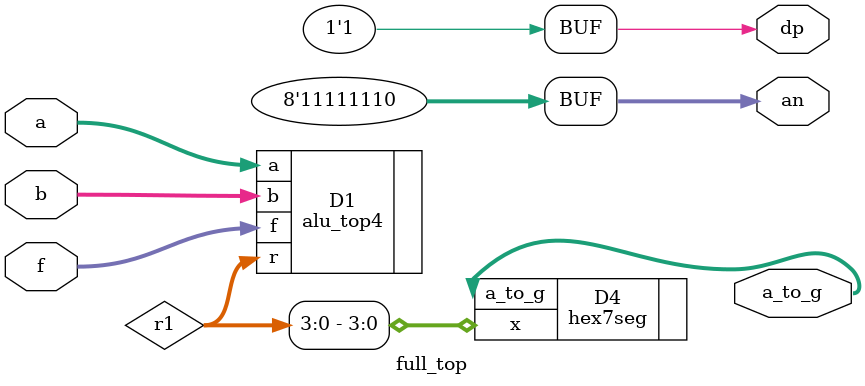
<source format=v>
`timescale 1ns / 1ps
module full_top(input [3:0] a, input [3:0] b, input [2:0] f,
output [6:0] a_to_g, output [7:0] an, output dp);
wire [7:0] r1;
assign an = 8'b11111110; // 1 digit on, 7 digits off
assign dp = 1; // dp off
hex7seg D4 (.x(r1[3:0]),.a_to_g(a_to_g));
alu_top4 D1 (.a(a), .b(b), .f(f), .r(r1));
endmodule
</source>
